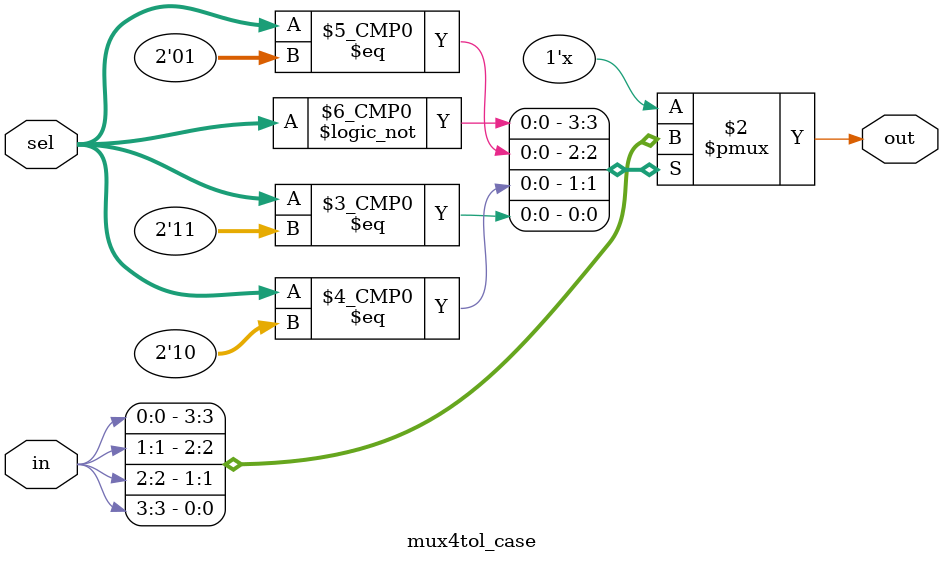
<source format=v>

module mux2to1_cond(   out,
                       in0,
                       in1, 
                       sel);
                       
output          out            ;
input           in0            ; 
input           in1            ; 
input           sel            ;

assign out = (sel)? in1 : in0  ;

endmodule

module mux4to1_2to1(  out,
                      in,
                      sel);
                      
output          out            ;
input   [3:0]   in             ; 
input   [1:0]   sel            ;

wire    [1:0]   carry          ;

mux2to1_cond u0(   .out(carry[0]),
                   .in0( in[0]  ),
                   .in1( in[1]  ), 
                   .sel( sel[0] ));
                   
mux2to1_cond u1(   .out(carry[1]),
                   .in0( in[2]  ),
                   .in1( in[3]  ), 
                   .sel( sel[0] ));
                   
mux2to1_cond u2(   .out(   out  ),
                   .in0(carry[0]),
                   .in1(carry[1]), 
                   .sel( sel[1] ));

endmodule
                      


module mux4to1_if  (   out,
                       in,
                       sel);
                       
output          out            ;
input   [3:0]   in             ; 
input   [1:0]   sel            ;

reg             out            ;

always @(in,sel) begin
    if(sel == 2'b00) begin
        out = in[0]   ;
    end else if(sel == 2'b01) begin
        out = in[1]   ;
    end else if(sel == 2'b10) begin
        out = in[2]   ;
    end else begin
        out = in[3]   ;
  end
end

endmodule


module mux4tol_case (   out,
                        in,
                        sel);
                        
output          out            ;
input    [3:0]  in             ; 
input    [1:0]  sel            ;      

reg             out            ;

always @(sel,in) begin
    case( sel )
           2'b00 : {out} = in[0] ;
           2'b01 : {out} = in[1] ;
           2'b10 : {out} = in[2] ;
           2'b11 : {out} = in[3] ;
    endcase
end
endmodule



</source>
